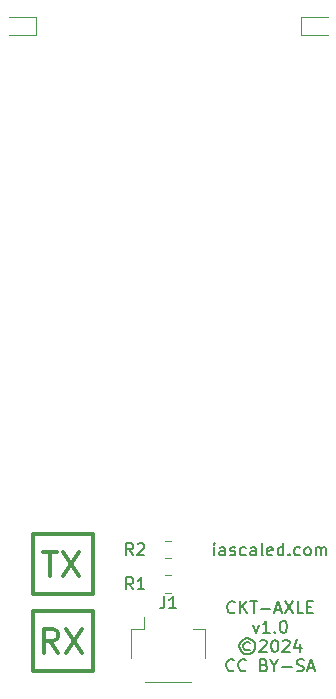
<source format=gto>
G04 #@! TF.GenerationSoftware,KiCad,Pcbnew,6.0.2+dfsg-1*
G04 #@! TF.CreationDate,2024-06-30T21:19:04-06:00*
G04 #@! TF.ProjectId,ckt-axle,636b742d-6178-46c6-952e-6b696361645f,rev?*
G04 #@! TF.SameCoordinates,Original*
G04 #@! TF.FileFunction,Legend,Top*
G04 #@! TF.FilePolarity,Positive*
%FSLAX46Y46*%
G04 Gerber Fmt 4.6, Leading zero omitted, Abs format (unit mm)*
G04 Created by KiCad (PCBNEW 6.0.2+dfsg-1) date 2024-06-30 21:19:04*
%MOMM*%
%LPD*%
G01*
G04 APERTURE LIST*
%ADD10C,0.304800*%
%ADD11C,0.152400*%
%ADD12C,0.150000*%
%ADD13C,0.120000*%
G04 APERTURE END LIST*
D10*
X117221000Y-113792000D02*
X122301000Y-113792000D01*
X122301000Y-113792000D02*
X122301000Y-118872000D01*
X122301000Y-118872000D02*
X117221000Y-118872000D01*
X117221000Y-118872000D02*
X117221000Y-113792000D01*
X117221000Y-120269000D02*
X122301000Y-120269000D01*
X122301000Y-120269000D02*
X122301000Y-125349000D01*
X122301000Y-125349000D02*
X117221000Y-125349000D01*
X117221000Y-125349000D02*
X117221000Y-120269000D01*
D11*
X132545666Y-115567339D02*
X132545666Y-114890005D01*
X132545666Y-114551339D02*
X132497285Y-114599720D01*
X132545666Y-114648100D01*
X132594047Y-114599720D01*
X132545666Y-114551339D01*
X132545666Y-114648100D01*
X133464904Y-115567339D02*
X133464904Y-115035148D01*
X133416523Y-114938386D01*
X133319761Y-114890005D01*
X133126238Y-114890005D01*
X133029476Y-114938386D01*
X133464904Y-115518958D02*
X133368142Y-115567339D01*
X133126238Y-115567339D01*
X133029476Y-115518958D01*
X132981095Y-115422196D01*
X132981095Y-115325434D01*
X133029476Y-115228672D01*
X133126238Y-115180291D01*
X133368142Y-115180291D01*
X133464904Y-115131910D01*
X133900333Y-115518958D02*
X133997095Y-115567339D01*
X134190619Y-115567339D01*
X134287380Y-115518958D01*
X134335761Y-115422196D01*
X134335761Y-115373815D01*
X134287380Y-115277053D01*
X134190619Y-115228672D01*
X134045476Y-115228672D01*
X133948714Y-115180291D01*
X133900333Y-115083529D01*
X133900333Y-115035148D01*
X133948714Y-114938386D01*
X134045476Y-114890005D01*
X134190619Y-114890005D01*
X134287380Y-114938386D01*
X135206619Y-115518958D02*
X135109857Y-115567339D01*
X134916333Y-115567339D01*
X134819571Y-115518958D01*
X134771190Y-115470577D01*
X134722809Y-115373815D01*
X134722809Y-115083529D01*
X134771190Y-114986767D01*
X134819571Y-114938386D01*
X134916333Y-114890005D01*
X135109857Y-114890005D01*
X135206619Y-114938386D01*
X136077476Y-115567339D02*
X136077476Y-115035148D01*
X136029095Y-114938386D01*
X135932333Y-114890005D01*
X135738809Y-114890005D01*
X135642047Y-114938386D01*
X136077476Y-115518958D02*
X135980714Y-115567339D01*
X135738809Y-115567339D01*
X135642047Y-115518958D01*
X135593666Y-115422196D01*
X135593666Y-115325434D01*
X135642047Y-115228672D01*
X135738809Y-115180291D01*
X135980714Y-115180291D01*
X136077476Y-115131910D01*
X136706428Y-115567339D02*
X136609666Y-115518958D01*
X136561285Y-115422196D01*
X136561285Y-114551339D01*
X137480523Y-115518958D02*
X137383761Y-115567339D01*
X137190238Y-115567339D01*
X137093476Y-115518958D01*
X137045095Y-115422196D01*
X137045095Y-115035148D01*
X137093476Y-114938386D01*
X137190238Y-114890005D01*
X137383761Y-114890005D01*
X137480523Y-114938386D01*
X137528904Y-115035148D01*
X137528904Y-115131910D01*
X137045095Y-115228672D01*
X138399761Y-115567339D02*
X138399761Y-114551339D01*
X138399761Y-115518958D02*
X138303000Y-115567339D01*
X138109476Y-115567339D01*
X138012714Y-115518958D01*
X137964333Y-115470577D01*
X137915952Y-115373815D01*
X137915952Y-115083529D01*
X137964333Y-114986767D01*
X138012714Y-114938386D01*
X138109476Y-114890005D01*
X138303000Y-114890005D01*
X138399761Y-114938386D01*
X138883571Y-115470577D02*
X138931952Y-115518958D01*
X138883571Y-115567339D01*
X138835190Y-115518958D01*
X138883571Y-115470577D01*
X138883571Y-115567339D01*
X139802809Y-115518958D02*
X139706047Y-115567339D01*
X139512523Y-115567339D01*
X139415761Y-115518958D01*
X139367380Y-115470577D01*
X139319000Y-115373815D01*
X139319000Y-115083529D01*
X139367380Y-114986767D01*
X139415761Y-114938386D01*
X139512523Y-114890005D01*
X139706047Y-114890005D01*
X139802809Y-114938386D01*
X140383380Y-115567339D02*
X140286619Y-115518958D01*
X140238238Y-115470577D01*
X140189857Y-115373815D01*
X140189857Y-115083529D01*
X140238238Y-114986767D01*
X140286619Y-114938386D01*
X140383380Y-114890005D01*
X140528523Y-114890005D01*
X140625285Y-114938386D01*
X140673666Y-114986767D01*
X140722047Y-115083529D01*
X140722047Y-115373815D01*
X140673666Y-115470577D01*
X140625285Y-115518958D01*
X140528523Y-115567339D01*
X140383380Y-115567339D01*
X141157476Y-115567339D02*
X141157476Y-114890005D01*
X141157476Y-114986767D02*
X141205857Y-114938386D01*
X141302619Y-114890005D01*
X141447761Y-114890005D01*
X141544523Y-114938386D01*
X141592904Y-115035148D01*
X141592904Y-115567339D01*
X141592904Y-115035148D02*
X141641285Y-114938386D01*
X141738047Y-114890005D01*
X141883190Y-114890005D01*
X141979952Y-114938386D01*
X142028333Y-115035148D01*
X142028333Y-115567339D01*
X134287380Y-120377857D02*
X134239000Y-120426238D01*
X134093857Y-120474619D01*
X133997095Y-120474619D01*
X133851952Y-120426238D01*
X133755190Y-120329476D01*
X133706809Y-120232714D01*
X133658428Y-120039190D01*
X133658428Y-119894047D01*
X133706809Y-119700523D01*
X133755190Y-119603761D01*
X133851952Y-119507000D01*
X133997095Y-119458619D01*
X134093857Y-119458619D01*
X134239000Y-119507000D01*
X134287380Y-119555380D01*
X134722809Y-120474619D02*
X134722809Y-119458619D01*
X135303380Y-120474619D02*
X134867952Y-119894047D01*
X135303380Y-119458619D02*
X134722809Y-120039190D01*
X135593666Y-119458619D02*
X136174238Y-119458619D01*
X135883952Y-120474619D02*
X135883952Y-119458619D01*
X136512904Y-120087571D02*
X137287000Y-120087571D01*
X137722428Y-120184333D02*
X138206238Y-120184333D01*
X137625666Y-120474619D02*
X137964333Y-119458619D01*
X138303000Y-120474619D01*
X138544904Y-119458619D02*
X139222238Y-120474619D01*
X139222238Y-119458619D02*
X138544904Y-120474619D01*
X140093095Y-120474619D02*
X139609285Y-120474619D01*
X139609285Y-119458619D01*
X140431761Y-119942428D02*
X140770428Y-119942428D01*
X140915571Y-120474619D02*
X140431761Y-120474619D01*
X140431761Y-119458619D01*
X140915571Y-119458619D01*
X135835571Y-121433045D02*
X136077476Y-122110379D01*
X136319380Y-121433045D01*
X137238619Y-122110379D02*
X136658047Y-122110379D01*
X136948333Y-122110379D02*
X136948333Y-121094379D01*
X136851571Y-121239521D01*
X136754809Y-121336283D01*
X136658047Y-121384664D01*
X137674047Y-122013617D02*
X137722428Y-122061998D01*
X137674047Y-122110379D01*
X137625666Y-122061998D01*
X137674047Y-122013617D01*
X137674047Y-122110379D01*
X138351380Y-121094379D02*
X138448142Y-121094379D01*
X138544904Y-121142760D01*
X138593285Y-121191140D01*
X138641666Y-121287902D01*
X138690047Y-121481426D01*
X138690047Y-121723331D01*
X138641666Y-121916855D01*
X138593285Y-122013617D01*
X138544904Y-122061998D01*
X138448142Y-122110379D01*
X138351380Y-122110379D01*
X138254619Y-122061998D01*
X138206238Y-122013617D01*
X138157857Y-121916855D01*
X138109476Y-121723331D01*
X138109476Y-121481426D01*
X138157857Y-121287902D01*
X138206238Y-121191140D01*
X138254619Y-121142760D01*
X138351380Y-121094379D01*
X135545285Y-122972043D02*
X135448523Y-122923662D01*
X135255000Y-122923662D01*
X135158238Y-122972043D01*
X135061476Y-123068805D01*
X135013095Y-123165567D01*
X135013095Y-123359091D01*
X135061476Y-123455853D01*
X135158238Y-123552615D01*
X135255000Y-123600996D01*
X135448523Y-123600996D01*
X135545285Y-123552615D01*
X135351761Y-122584996D02*
X135109857Y-122633377D01*
X134867952Y-122778520D01*
X134722809Y-123020424D01*
X134674428Y-123262329D01*
X134722809Y-123504234D01*
X134867952Y-123746139D01*
X135109857Y-123891281D01*
X135351761Y-123939662D01*
X135593666Y-123891281D01*
X135835571Y-123746139D01*
X135980714Y-123504234D01*
X136029095Y-123262329D01*
X135980714Y-123020424D01*
X135835571Y-122778520D01*
X135593666Y-122633377D01*
X135351761Y-122584996D01*
X136416142Y-122826900D02*
X136464523Y-122778520D01*
X136561285Y-122730139D01*
X136803190Y-122730139D01*
X136899952Y-122778520D01*
X136948333Y-122826900D01*
X136996714Y-122923662D01*
X136996714Y-123020424D01*
X136948333Y-123165567D01*
X136367761Y-123746139D01*
X136996714Y-123746139D01*
X137625666Y-122730139D02*
X137722428Y-122730139D01*
X137819190Y-122778520D01*
X137867571Y-122826900D01*
X137915952Y-122923662D01*
X137964333Y-123117186D01*
X137964333Y-123359091D01*
X137915952Y-123552615D01*
X137867571Y-123649377D01*
X137819190Y-123697758D01*
X137722428Y-123746139D01*
X137625666Y-123746139D01*
X137528904Y-123697758D01*
X137480523Y-123649377D01*
X137432142Y-123552615D01*
X137383761Y-123359091D01*
X137383761Y-123117186D01*
X137432142Y-122923662D01*
X137480523Y-122826900D01*
X137528904Y-122778520D01*
X137625666Y-122730139D01*
X138351380Y-122826900D02*
X138399761Y-122778520D01*
X138496523Y-122730139D01*
X138738428Y-122730139D01*
X138835190Y-122778520D01*
X138883571Y-122826900D01*
X138931952Y-122923662D01*
X138931952Y-123020424D01*
X138883571Y-123165567D01*
X138303000Y-123746139D01*
X138931952Y-123746139D01*
X139802809Y-123068805D02*
X139802809Y-123746139D01*
X139560904Y-122681758D02*
X139319000Y-123407472D01*
X139947952Y-123407472D01*
X134214809Y-125285137D02*
X134166428Y-125333518D01*
X134021285Y-125381899D01*
X133924523Y-125381899D01*
X133779380Y-125333518D01*
X133682619Y-125236756D01*
X133634238Y-125139994D01*
X133585857Y-124946470D01*
X133585857Y-124801327D01*
X133634238Y-124607803D01*
X133682619Y-124511041D01*
X133779380Y-124414280D01*
X133924523Y-124365899D01*
X134021285Y-124365899D01*
X134166428Y-124414280D01*
X134214809Y-124462660D01*
X135230809Y-125285137D02*
X135182428Y-125333518D01*
X135037285Y-125381899D01*
X134940523Y-125381899D01*
X134795380Y-125333518D01*
X134698619Y-125236756D01*
X134650238Y-125139994D01*
X134601857Y-124946470D01*
X134601857Y-124801327D01*
X134650238Y-124607803D01*
X134698619Y-124511041D01*
X134795380Y-124414280D01*
X134940523Y-124365899D01*
X135037285Y-124365899D01*
X135182428Y-124414280D01*
X135230809Y-124462660D01*
X136779000Y-124849708D02*
X136924142Y-124898089D01*
X136972523Y-124946470D01*
X137020904Y-125043232D01*
X137020904Y-125188375D01*
X136972523Y-125285137D01*
X136924142Y-125333518D01*
X136827380Y-125381899D01*
X136440333Y-125381899D01*
X136440333Y-124365899D01*
X136779000Y-124365899D01*
X136875761Y-124414280D01*
X136924142Y-124462660D01*
X136972523Y-124559422D01*
X136972523Y-124656184D01*
X136924142Y-124752946D01*
X136875761Y-124801327D01*
X136779000Y-124849708D01*
X136440333Y-124849708D01*
X137649857Y-124898089D02*
X137649857Y-125381899D01*
X137311190Y-124365899D02*
X137649857Y-124898089D01*
X137988523Y-124365899D01*
X138327190Y-124994851D02*
X139101285Y-124994851D01*
X139536714Y-125333518D02*
X139681857Y-125381899D01*
X139923761Y-125381899D01*
X140020523Y-125333518D01*
X140068904Y-125285137D01*
X140117285Y-125188375D01*
X140117285Y-125091613D01*
X140068904Y-124994851D01*
X140020523Y-124946470D01*
X139923761Y-124898089D01*
X139730238Y-124849708D01*
X139633476Y-124801327D01*
X139585095Y-124752946D01*
X139536714Y-124656184D01*
X139536714Y-124559422D01*
X139585095Y-124462660D01*
X139633476Y-124414280D01*
X139730238Y-124365899D01*
X139972142Y-124365899D01*
X140117285Y-124414280D01*
X140504333Y-125091613D02*
X140988142Y-125091613D01*
X140407571Y-125381899D02*
X140746238Y-124365899D01*
X141084904Y-125381899D01*
D10*
X118085809Y-115249718D02*
X119246952Y-115249718D01*
X118666380Y-117281718D02*
X118666380Y-115249718D01*
X119730761Y-115249718D02*
X121085428Y-117281718D01*
X121085428Y-115249718D02*
X119730761Y-117281718D01*
X119295333Y-123824758D02*
X118618000Y-122857139D01*
X118134190Y-123824758D02*
X118134190Y-121792758D01*
X118908285Y-121792758D01*
X119101809Y-121889520D01*
X119198571Y-121986281D01*
X119295333Y-122179805D01*
X119295333Y-122470091D01*
X119198571Y-122663615D01*
X119101809Y-122760377D01*
X118908285Y-122857139D01*
X118134190Y-122857139D01*
X119972666Y-121792758D02*
X121327333Y-123824758D01*
X121327333Y-121792758D02*
X119972666Y-123824758D01*
D12*
X128317666Y-119043380D02*
X128317666Y-119757666D01*
X128270047Y-119900523D01*
X128174809Y-119995761D01*
X128031952Y-120043380D01*
X127936714Y-120043380D01*
X129317666Y-120043380D02*
X128746238Y-120043380D01*
X129031952Y-120043380D02*
X129031952Y-119043380D01*
X128936714Y-119186238D01*
X128841476Y-119281476D01*
X128746238Y-119329095D01*
X125690333Y-118435380D02*
X125357000Y-117959190D01*
X125118904Y-118435380D02*
X125118904Y-117435380D01*
X125499857Y-117435380D01*
X125595095Y-117483000D01*
X125642714Y-117530619D01*
X125690333Y-117625857D01*
X125690333Y-117768714D01*
X125642714Y-117863952D01*
X125595095Y-117911571D01*
X125499857Y-117959190D01*
X125118904Y-117959190D01*
X126642714Y-118435380D02*
X126071285Y-118435380D01*
X126357000Y-118435380D02*
X126357000Y-117435380D01*
X126261761Y-117578238D01*
X126166523Y-117673476D01*
X126071285Y-117721095D01*
X125690333Y-115514380D02*
X125357000Y-115038190D01*
X125118904Y-115514380D02*
X125118904Y-114514380D01*
X125499857Y-114514380D01*
X125595095Y-114562000D01*
X125642714Y-114609619D01*
X125690333Y-114704857D01*
X125690333Y-114847714D01*
X125642714Y-114942952D01*
X125595095Y-114990571D01*
X125499857Y-115038190D01*
X125118904Y-115038190D01*
X126071285Y-114609619D02*
X126118904Y-114562000D01*
X126214142Y-114514380D01*
X126452238Y-114514380D01*
X126547476Y-114562000D01*
X126595095Y-114609619D01*
X126642714Y-114704857D01*
X126642714Y-114800095D01*
X126595095Y-114942952D01*
X126023666Y-115514380D01*
X126642714Y-115514380D01*
D13*
X139866000Y-71474000D02*
X142151000Y-71474000D01*
X142151000Y-70004000D02*
X139866000Y-70004000D01*
X139866000Y-70004000D02*
X139866000Y-71474000D01*
X126591000Y-121786000D02*
X126591000Y-120796000D01*
X125541000Y-124286000D02*
X125541000Y-121786000D01*
X126711000Y-126256000D02*
X130591000Y-126256000D01*
X131761000Y-121786000D02*
X130711000Y-121786000D01*
X131761000Y-124286000D02*
X131761000Y-121786000D01*
X125541000Y-121786000D02*
X126591000Y-121786000D01*
X128878064Y-118718000D02*
X128423936Y-118718000D01*
X128878064Y-117248000D02*
X128423936Y-117248000D01*
X128878064Y-115797000D02*
X128423936Y-115797000D01*
X128878064Y-114327000D02*
X128423936Y-114327000D01*
X117436000Y-70004000D02*
X115151000Y-70004000D01*
X117436000Y-71474000D02*
X117436000Y-70004000D01*
X115151000Y-71474000D02*
X117436000Y-71474000D01*
M02*

</source>
